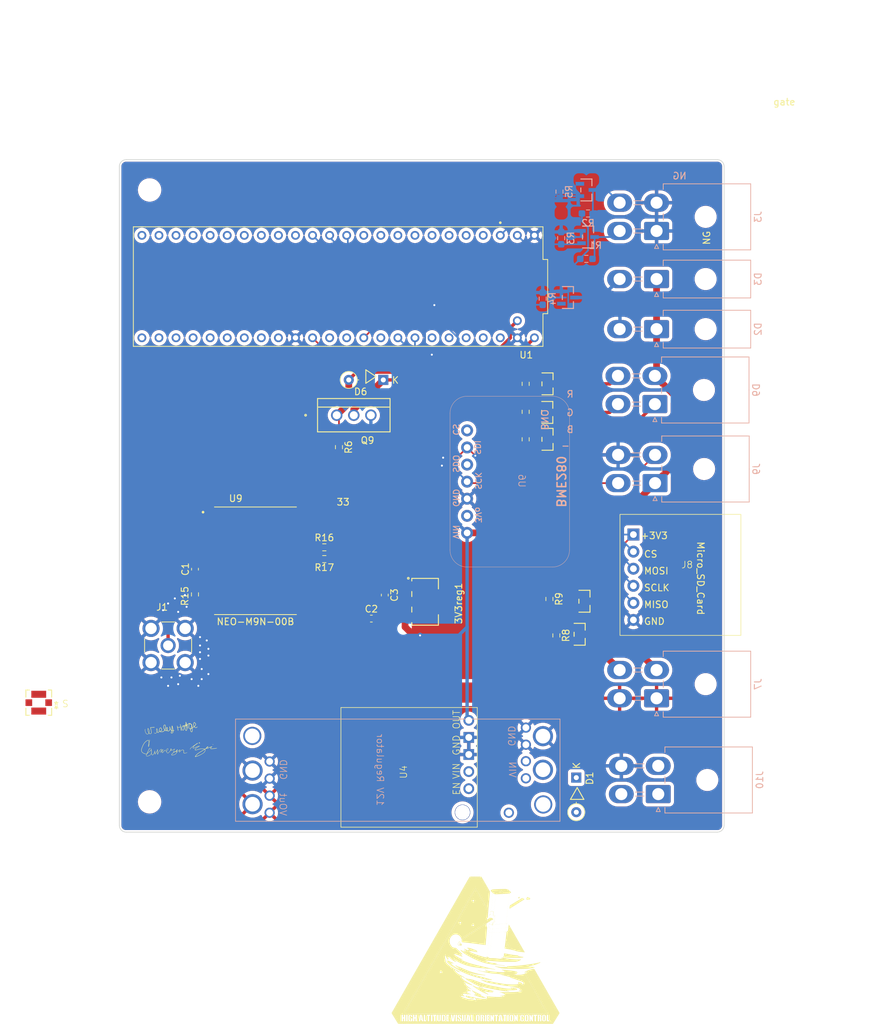
<source format=kicad_pcb>
(kicad_pcb (version 20241229) (generator "pcbnew") (generator_version "9.0")
  (layers (0 "F.Cu" signal) (2 "B.Cu" signal) (13 "F.Paste" user) (15 "B.Paste" user) (5 "F.SilkS" user "F.Silkscreen") (7 "B.SilkS" user "B.Silkscreen") (1 "F.Mask" user) (3 "B.Mask" user) (25 "Edge.Cuts" user))
  (net 0 "")
  (net 1 "GND")
  (net 2 "/VIN")
  (net 3 "/T7")
  (net 4 "/T8")
  (net 5 "/CS")
  (net 6 "/MOSI")
  (net 7 "/MISO")
  (net 8 "/T28")
  (net 9 "/T29")
  (net 10 "/T30")
  (net 11 "/T31")
  (net 12 "/SCL")
  (net 13 "/SDA")
  (net 14 "/T35")
  (net 15 "/T34")
  (net 16 "/T33")
  (net 17 "Net-(J3-Pin_4)")
  (net 18 "+12V")
  (net 19 "/PWM1")
  (net 20 "/PWM2")
  (net 21 "/red")
  (net 22 "+BATT")
  (net 27 "/SCLK")
  (net 28 "Net-(AE1-A)")
  (net 29 "Net-(U9-VCC_RF)")
  (net 30 "+3V3")
  (net 31 "Net-(U9-SCL{slash}SPI_CLK)")
  (net 32 "Net-(U9-SDA{slash}SPI_CS_N)")
  (net 48 "+5V")
  (net 49 "Net-(D9-RK)")
  (net 50 "Net-(D9-GK)")
  (net 51 "Net-(D9-BK)")
  (net 52 "Net-(D1-A)")
  (net 53 "Net-(J10-Pin_2)")
  (net 54 "Net-(J3-Pin_3)")
  (net 55 "/SDN")
  (net 56 "/NG power")
  (net 57 "/green")
  (net 58 "/blue")
  (net 59 "/side_LED")
  (net 60 "/VUSB")
  (net 82 "Net-(D2-K)")
  (net 83 "Net-(J7-Pin_2)")
  (net 84 "Net-(Q2-D)")
  (footprint "SHC:HAVOC diode" (layer "F.Cu") (at 70.679 79.75 180)
    (property "Reference" "D6")
    (property "Value" "D")
  )
  (footprint "SHC:SOT23_DMG3406_DIO" (layer "F.Cu") (at 102.5 117.579998 -90)
    (property "Reference" "Q2" (hide yes))
    (property "Value" "NMOS" (hide yes))
  )
  (footprint "SHC:MODULE_Teensy4-1-H4.0" (layer "F.Cu") (at 67.25 65.75 180)
    (property "Reference" "U1")
    (property "Value" "Teensy 4.1 - Microcontroller")
  )
  (footprint "Capacitor_SMD:C_0603_1608Metric_Pad1.08x0.95mm_HandSolder" (layer "F.Cu") (at 45.25 107.9 90)
    (property "Reference" "C1")
    (property "Value" "47pF")
  )
  (footprint "Resistor_SMD:R_0603_1608Metric_Pad0.98x0.95mm_HandSolder" (layer "F.Cu") (at 66.679 89.75 -90)
    (property "Reference" "R6")
    (property "Value" "10k")
  )
  (footprint "SHC:SOT23_DMG3406_DIO" (layer "F.Cu") (at 103.2152 112.664999 -90)
    (property "Reference" "Q1" (hide yes))
    (property "Value" "NMOS" (hide yes))
  )
  (footprint "Resistor_SMD:R_0603_1608Metric_Pad0.98x0.95mm_HandSolder" (layer "F.Cu") (at 64.5 104.65)
    (property "Reference" "R16")
    (property "Value" "33")
  )
  (footprint "SHC:AMPHENOL_132134_SMA" (layer "F.Cu") (at 41.25 119.25)
    (property "Reference" "J1")
    (property "Value" "132134")
  )
  (footprint "Resistor_SMD:R_0603_1608Metric_Pad0.98x0.95mm_HandSolder" (layer "F.Cu") (at 94.4652 84.497501 -90)
    (property "Reference" "R11" (hide yes))
    (property "Value" "10k")
  )
  (footprint "SHC:antennaufl" (layer "F.Cu") (at 22 127.75 180)
    (property "Reference" "AE1" (hide yes))
    (property "Value" "Antenna_Shield")
  )
  (footprint "SHC:SOT23_DMG3406_DIO" (layer "F.Cu") (at 97.7152 80.335001 -90)
    (property "Reference" "Q5" (hide yes))
    (property "Value" "NMOS" (hide yes))
  )
  (footprint "SHC:HAVOC diode" (layer "F.Cu") (at 102 141.5 -90)
    (property "Reference" "D1")
    (property "Value" "10A Diode")
  )
  (footprint "Resistor_SMD:R_0603_1608Metric_Pad0.98x0.95mm_HandSolder" (layer "F.Cu") (at 94.4652 80.335001 -90)
    (property "Reference" "R13" (hide yes))
    (property "Value" "10k")
  )
  (footprint "Resistor_SMD:R_0603_1608Metric_Pad0.98x0.95mm_HandSolder" (layer "F.Cu") (at 99.0348 117.752499 -90)
    (property "Reference" "R8")
    (property "Value" "10k")
  )
  (footprint "Capacitor_SMD:C_0603_1608Metric_Pad1.08x0.95mm_HandSolder" (layer "F.Cu") (at 71.5 115.25)
    (property "Reference" "C2")
    (property "Value" "10uF")
  )
  (footprint "LOGO" (layer "F.Cu") (at 44.812613 144.496671)
    (property "Reference" "G***" (hide yes))
    (property "Value" "LOGO" (hide yes))
  )
  (footprint "MountingHole:MountingHole_3.2mm_M3" (layer "F.Cu") (at 38.5 142.5)
    (property "Reference" "REF**" (hide yes))
    (property "Value" "MountingHole_3.2mm_M3" (hide yes))
  )
  (footprint "Resistor_SMD:R_0603_1608Metric_Pad0.98x0.95mm_HandSolder" (layer "F.Cu") (at 64.5 106.4)
    (property "Reference" "R17")
    (property "Value" "33")
  )
  (footprint "SHC:SPI_SD" (layer "F.Cu") (at 118.5 107.75)
    (property "Reference" "J8")
    (property "Value" "Micro_SD_Card")
  )
  (footprint "Resistor_SMD:R_0603_1608Metric_Pad0.98x0.95mm_HandSolder" (layer "F.Cu") (at 94.4652 88.585001 -90)
    (property "Reference" "R10" (hide yes))
    (property "Value" "10k")
  )
  (footprint "LOGO" (layer "F.Cu") (at 45.75 142.75)
    (property "Reference" "G***" (hide yes))
    (property "Value" "LOGO" (hide yes))
  )
  (footprint "SHC:SOT23_DMG3406_DIO" (layer "F.Cu") (at 97.7152 88.585001 -90)
    (property "Reference" "Q3" (hide yes))
    (property "Value" "NMOS" (hide yes))
  )
  (footprint "Resistor_SMD:R_0603_1608Metric_Pad0.98x0.95mm_HandSolder" (layer "F.Cu") (at 98 112.329998 -90)
    (property "Reference" "R9")
    (property "Value" "10k")
  )
  (footprint "MountingHole:MountingHole_3.2mm_M3" (layer "F.Cu") (at 38.5 51.5)
    (property "Reference" "REF**" (hide yes))
    (property "Value" "MountingHole_3.2mm_M3" (hide yes))
  )
  (footprint "LOGO" (layer "F.Cu") (at 87 165)
    (property "Reference" "G***" (hide yes))
    (property "Value" "LOGO" (hide yes))
  )
  (footprint "SHC:TO-220AB_LTO" (layer "F.Cu") (at 66.349 85)
    (property "Reference" "Q9")
    (property "Value" "PMOS")
  )
  (footprint "SHC:SOT23_DMG3406_DIO" (layer "F.Cu") (at 97.6804 84.585001 -90)
    (property "Reference" "Q4" (hide yes))
    (property "Value" "NMOS" (hide yes))
  )
  (footprint "SHC:Pololu 5v Reg" (layer "F.Cu") (at 76.97 138.57 90)
    (property "Reference" "U4")
    (property "Value" "D24V50F5" (hide yes))
  )
  (footprint "Capacitor_SMD:C_0603_1608Metric_Pad1.08x0.95mm_HandSolder" (layer "F.Cu") (at 73.5 111.75 -90)
    (property "Reference" "C3")
    (property "Value" "22uF")
  )
  (footprint "Resistor_SMD:R_0603_1608Metric_Pad0.98x0.95mm_HandSolder" (layer "F.Cu") (at 45.25 111.65 -90)
    (property "Reference" "R15")
    (property "Value" "10Ω")
  )
  (footprint "SHC:XCVR_NEO-M9N-00B" (layer "F.Cu") (at 54.25 106.65)
    (property "Reference" "U9")
    (property "Value" "NEO-M9N-00B")
  )
  (footprint "SHC:SOT223-5_DIO-M" (layer "F.Cu") (at 79.5 112.75 -90)
    (property "Reference" "3V3reg1")
    (property "Value" "~")
  )
  (footprint "Resistor_SMD:R_0603_1608Metric_Pad0.98x0.95mm_HandSolder" (layer "B.Cu") (at 99.75 58.6625 90)
    (property "Reference" "R3")
    (property "Value" "10k")
  )
  (footprint "SHC:SOT23_DMG3406_DIO" (layer "B.Cu") (at 103.5 51.5 90)
    (property "Reference" "Q7" (hide yes))
    (property "Value" "NMOS" (hide yes))
  )
  (footprint "Resistor_SMD:R_0603_1608Metric_Pad0.98x0.95mm_HandSolder" (layer "B.Cu") (at 103.75 55)
    (property "Reference" "R2")
    (property "Value" "R")
  )
  (footprint "SHC:BME280" (layer "B.Cu") (at 93.401 94.753 90)
    (property "Reference" "U6")
    (property "Value" "BME280")
  )
  (footprint "Connector_Molex:Molex_Mini-Fit_Jr_5569-04A2_2x02_P4.20mm_Horizontal" (layer "B.Cu") (at 113.95 57.6 90)
    (property "Reference" "J3")
    (property "Value" "NG")
  )
  (footprint "Resistor_SMD:R_0603_1608Metric_Pad0.98x0.95mm_HandSolder" (layer "B.Cu") (at 99.5 51.75 90)
    (property "Reference" "R5")
    (property "Value" "10k")
  )
  (footprint "Resistor_SMD:R_0603_1608Metric_Pad0.98x0.95mm_HandSolder" (layer "B.Cu") (at 103.5 61.75)
    (property "Reference" "R1")
    (property "Value" "R" (hide yes))
  )
  (footprint "SHC:SOT23_DMG3406_DIO" (layer "B.Cu") (at 103.75 58.5 90)
    (property "Reference" "Q8" (hide yes))
    (property "Value" "NMOS" (hide yes))
  )
  (footprint "SHC:SOT23_DMG3406_DIO" (layer "B.Cu") (at 100.75 67.499998 90)
    (property "Reference" "Q6" (hide yes))
    (property "Value" "NMOS" (hide yes))
  )
  (footprint "Connector_Molex:Molex_Mini-Fit_Jr_5569-04A2_2x02_P4.20mm_Horizontal" (layer "B.Cu") (at 113.95 127.1 90)
    (property "Reference" "J7")
    (property "Value" "solenoid")
  )
  (footprint "SHC:U3V50F12_12V_REG" (layer "B.Cu") (at 72.58 137.69 90)
    (property "Reference" "U3" (hide yes))
    (property "Value" "U3V50F12" (hide yes))
  )
  (footprint "Connector_Molex:Molex_Mini-Fit_Jr_5569-04A2_2x02_P4.20mm_Horizontal" (layer "B.Cu") (at 113.725 95.1 90)
    (property "Reference" "J9")
    (property "Value" "BNO")
  )
  (footprint "Connector_Molex:Molex_Mini-Fit_Jr_5569-02A2_2x01_P4.20mm_Horizontal" (layer "B.Cu") (at 113.95 64.75 90)
    (property "Reference" "D3")
    (property "Value" "LED")
  )
  (footprint "Connector_Molex:Molex_Mini-Fit_Jr_5569-04A2_2x02_P4.20mm_Horizontal" (layer "B.Cu") (at 114.2 141.35 90)
    (property "Reference" "J10")
    (property "Value" "BATT/switch")
  )
  (footprint "Connector_Molex:Molex_Mini-Fit_Jr_5569-04A2_2x02_P4.20mm_Horizontal" (layer "B.Cu") (at 113.7 83.35 90)
    (property "Reference" "D9")
    (property "Value" "LED RGB")
  )
  (footprint "Connector_Molex:Molex_Mini-Fit_Jr_5569-02A2_2x01_P4.20mm_Horizontal" (layer "B.Cu") (at 113.95 72.2 90)
    (property "Reference" "D2")
    (property "Value" "LED")
  )
  (footprint "Resistor_SMD:R_0603_1608Metric_Pad0.98x0.95mm_HandSolder" (layer "B.Cu") (at 96.99951 67.667761 90)
    (property "Reference" "R4")
    (property "Value" "10k")
  )
  (gr_line (start 70.679 80.25) (end 72.179 79.25) (stroke (width 0.15)) (layer "F.SilkS"))
  (gr_line (start 72.179 79.25) (end 70.679 78.25) (stroke (width 0.15)) (layer "F.SilkS"))
  (gr_line (start 103.132884 142.136586) (end 102.132884 140.386586) (stroke (width 0.15)) (layer "F.SilkS"))
  (gr_line (start 102.132884 140.386586) (end 101.132884 142.136586) (stroke (width 0.15)) (layer "F.SilkS"))
  (gr_line (start 70.679 78.25) (end 70.679 80.25) (stroke (width 0.15)) (layer "F.SilkS"))
  (gr_line (start 101.132884 142.136586) (end 103.132884 142.136586) (stroke (width 0.15)) (layer "F.SilkS"))
  (gr_arc (start 35 147) (mid 34.292893 146.707107) (end 34 146) (stroke (width 0.1)) (layer "Edge.Cuts"))
  (gr_line (start 35 147) (end 123 147) (stroke (width 0.1)) (layer "Edge.Cuts"))
  (gr_line (start 123 47) (end 35 47) (stroke (width 0.1)) (layer "Edge.Cuts"))
  (gr_arc (start 124 146) (mid 123.707107 146.707107) (end 123 147) (stroke (width 0.1)) (layer "Edge.Cuts"))
  (gr_arc (start 34 48) (mid 34.292893 47.292893) (end 35 47) (stroke (width 0.1)) (layer "Edge.Cuts"))
  (gr_arc (start 123 47) (mid 123.707106 47.292893) (end 124 48) (stroke (width 0.1)) (layer "Edge.Cuts"))
  (gr_line (start 124 146) (end 124 48) (stroke (width 0.1)) (layer "Edge.Cuts"))
  (gr_line (start 34 48) (end 34 146) (stroke (width 0.1)) (layer "Edge.Cuts"))
  (gr_text "33" (at 66.25 98.5 0) (layer "F.SilkS") (effects (font (size 1 1)) (justify left bottom)))
  (gr_text "MOSI" (at 112 108.75 0) (layer "F.SilkS") (effects (font (size 1 1)) (justify left bottom)))
  (gr_text "MISO" (at 112 113.75 0) (layer "F.SilkS") (effects (font (size 1 1)) (justify left bottom)))
  (gr_text "SCLK" (at 112 111.25 0) (layer "F.SilkS") (effects (font (size 1 1)) (justify left bottom)))
  (gr_text "NG" (at 122 59.75 90) (layer "F.SilkS") (effects (font (size 1 1)) (justify left bottom)))
  (gr_text "CS" (at 112 106.25 0) (layer "F.SilkS") (effects (font (size 1 1)) (justify left bottom)))
  (gr_text "+3V3" (at 111.5 103.5 0) (layer "F.SilkS") (effects (font (size 1 1)) (justify left bottom)))
  (gr_text "gate" (at 131.25 39 0) (layer "F.SilkS") (effects (font (size 1 1)) (justify left bottom)))
  (gr_text "GND" (at 112 116.25 0) (layer "F.SilkS") (effects (font (size 1 1)) (justify left bottom)))
  (gr_text "-" (at 99.6804 89.085001 180) (layer "B.SilkS") (effects (font (size 1 1)) (justify left bottom mirror)))
  (gr_text "G" (at 101.6804 85.206201 0) (layer "B.SilkS") (effects (font (size 1 1)) (justify left bottom mirror)))
  (gr_text "NG" (at 118.5 50 0) (layer "B.SilkS") (effects (font (size 1 1)) (justify left bottom mirror)))
  (gr_text "R" (at 101.6804 82.456201 0) (layer "B.SilkS") (effects (font (size 1 1)) (justify left bottom mirror)))
  (gr_text "B" (at 101.6804 87.706201 0) (layer "B.SilkS") (effects (font (size 1 1)) (justify left bottom mirror)))
  (gr_text "BNO" (at 96.6804 87.335001 270) (layer "B.SilkS") (effects (font (size 1 1)) (justify left bottom mirror)))
  (via (at 46 119.25) (size 0.8) (drill 0.3) (layers "F.Cu" "B.Cu") (net 1))
  (via (at 45.75 125.25) (size 0.8) (drill 0.3) (layers "F.Cu" "B.Cu") (net 1))
  (via (at 47 118.5) (size 0.8) (drill 0.3) (layers "F.Cu" "B.Cu") (net 1))
  (via (at 46 121.25) (size 0.8) (drill 0.3) (layers "F.Cu" "B.Cu") (net 1))
  (via (at 42.75 114.25) (size 0.8) (drill 0.3) (layers "F.Cu" "B.Cu") (net 1))
  (via (at 46.25 122.75) (size 0.8) (drill 0.3) (layers "F.Cu" "B.Cu") (net 1))
  (via (at 46 118) (size 0.8) (drill 0.3) (layers "F.Cu" "B.Cu") (net 1))
  (via (at 47.25 120.75) (size 0.8) (drill 0.3) (layers "F.Cu" "B.Cu") (net 1))
  (via (at 43 123.75) (size 0.8) (drill 0.3) (layers "F.Cu" "B.Cu") (net 1))
  (via (at 46.25 124.25) (size 0.8) (drill 0.3) (layers "F.Cu" "B.Cu") (net 1))
  (via (at 41.25 113) (size 0.8) (drill 0.3) (layers "F.Cu" "B.Cu") (net 1))
  (via (at 41.75 124) (size 0.8) (drill 0.3) (layers "F.Cu" "B.Cu") (net 1))
  (via (at 42.25 112.25) (size 0.8) (drill 0.3) (layers "F.Cu" "B.Cu") (net 1))
  (via (at 43.75 111.75) (size 0.8) (drill 0.3) (layers "F.Cu" "B.Cu") (net 1))
  (via (at 40.25 124) (size 0.8) (drill 0.3) (layers "F.Cu" "B.Cu") (net 1))
  (via (at 40.5 114) (size 0.8) (drill 0.3) (layers "F.Cu" "B.Cu") (net 1))
  (via (at 41.25 125.25) (size 0.8) (drill 0.3) (layers "F.Cu" "B.Cu") (net 1))
  (via (at 44 113.5) (size 0.8) (drill 0.3) (layers "F.Cu" "B.Cu") (net 1))
  (via (at 47.25 119.75) (size 0.8) (drill 0.3) (layers "F.Cu" "B.Cu") (net 1))
  (via (at 47.25 123.5) (size 0.8) (drill 0.3) (layers "F.Cu" "B.Cu") (net 1))
  (via (at 46 120.25) (size 0.8) (drill 0.3) (layers "F.Cu" "B.Cu") (net 1))
  (via (at 44.75 124.25) (size 0.8) (drill 0.3) (layers "F.Cu" "B.Cu") (net 1))
  (via (at 42.75 125) (size 0.8) (drill 0.3) (layers "F.Cu" "B.Cu") (net 1))
  (segment (start 95.77 73.49) (end 89.51 79.75) (width 0.5) (layer "F.Cu") (net 2))
  (segment (start 68.889 84.14) (end 73.279 79.75) (width 1) (layer "F.Cu") (net 2))
  (segment (start 68.889 85) (end 68.889 84.14) (width 1) (layer "F.Cu") (net 2))
  (segment (start 89.51 79.75) (end 73.279 79.75) (width 0.5) (layer "F.Cu") (net 2))
  (segment (start 84.5 79.29) (end 84.5 73.604781) (width 0.25) (layer "B.Cu") (net 5))
  (segment (start 68 58.42) (end 67.83 58.25) (width 0.25) (layer "B.Cu") (net 5))
  (segment (start 68 60.5) (end 68 58.42) (width 0.25) (layer "B.Cu") (net 5))
  (segment (start 72.5 65) (end 68 60.5) (width 0.25) (layer "B.Cu") (net 5))
  (segment (start 75.895219 65) (end 72.5 65) (width 0.25) (layer "B.Cu") (net 5))
  (segment (start 84.5 73.604781) (end 75.895219 65) (width 0.25) (layer "B.Cu") (net 5))
  (segment (start 110.5 105.29) (end 84.5 79.29) (width 0.25) (layer "B.Cu") (net 5))
  (segment (start 72.25 65.5) (end 65.29 58.54) (width 0.25) (layer "B.Cu") (net 6))
  (segment (start 81.75 77.25) (end 81.75 72.75) (width 0.25) (layer "B.Cu") (net 6))
  (segment (start 81.75 72.75) (end 74.5 65.5) (width 0.25) (layer "B.Cu") (net 6))
  (segment (start 106.25 101.75) (end 81.75 77.25) (width 0.25) (layer "B.Cu") (net 6))
  (segment (start 74.5 65.5) (end 72.25 65.5) (width 0.25) (layer "B.Cu") (net 6))
  (segment (start 106.25 103.58) (end 106.25 101.75) (width 0.25) (layer "B.Cu") (net 6))
  (segment (start 110.5 107.83) (end 106.25 103.58) (width 0.25) (layer "B.Cu") (net 6))
  (segment (start 65.29 58.54) (end 65.29 58.25) (width 0.25) (layer "B.Cu") (net 6))
  (segment (start 74.4329 66) (end 70.5 66) (width 0.25) (layer "B.Cu") (net 7))
  (segment (start 110.5 112.91) (end 107.52545 109.93545) (width 0.25) (layer "B.Cu") (net 7))
  (segment (start 107.52545 105.98965) (end 105.34145 103.80565) (width 0.25) (layer "B.Cu") (net 7))
  (segment (start 79.5 71.0671) (end 74.4329 66) (width 0.25) (layer "B.Cu") (net 7))
  (segment (start 105.34145 103.80565) (end 105.34145 102.15855) (width 0.25) (layer "B.Cu") (net 7))
  (segment (start 105.34145 102.15855) (end 79.5 76.3171) (width 0.25) (layer "B.Cu") (net 7))
  (segment (start 79.5 76.3171) (end 79.5 71.0671) (width 0.25) (layer "B.Cu") (net 7))
  (segment (start 70.5 66) (end 62.75 58.25) (width 0.25) (layer "B.Cu") (net 7))
  (segment (start 107.52545 109.93545) (end 107.52545 105.98965) (width 0.25) (layer "B.Cu") (net 7))
  (segment (start 108.225 95.1) (end 85.97 95.1) (width 0.25) (layer "F.Cu") (net 12))
  (segment (start 82.185 91.315) (end 81.685 91.315) (width 0.25) (layer "F.Cu") (net 12))
  (segment (start 85.97 95.1) (end 85.75 94.88) (width 0.25) (layer "F.Cu") (net 12))
  (segment (start 81.685 91.315) (end 68.35 104.65) (width 0.25) (layer "F.Cu") (net 12))
  (segment (start 68.35 104.65) (end 65.4125 104.65) (width 0.25) (layer "F.Cu") (net 12))
  (via (at 82.185 91.315) (size 0.8) (drill 0.3) (layers "F.Cu" "B.Cu") (net 12))
  (segment (start 82.185 91.315) (end 77.99 87.12) (width 0.25) (layer "B.Cu") (net 12))
  (segment (start 77.99 87.12) (end 77.99 73.49) (width 0.25) (layer "B.Cu") (net 12))
  (segment (start 82.185 91.315) (end 85.75 94.88) (width 0.25) (layer "B.Cu") (net 12))
  (segment (start 81.25 92.5) (end 67.35 106.4) (width 0.25) (layer "F.Cu") (net 13))
  (segment (start 82 92.5) (end 83.05 92.5) (width 0.25) (layer "F.Cu") (net 13))
  (segment (start 83.05 92.5) (end 85.75 89.8) (width 0.25) (layer "F.Cu") (net 13))
  (segment (start 82 92.5) (end 81.25 92.5) (width 0.25) (layer "F.Cu") (net 13))
  (segment (start 67.35 106.4) (end 65.4125 106.4) (width 0.25) (layer "F.Cu") (net 13))
  (segment (start 88.95 93) (end 111.625 93) (width 0.25) (layer "F.Cu") (net 13))
  (segment (start 111.625 93) (end 113.725 90.9) (width 0.25) (layer "F.Cu") (net 13))
  (segment (start 86.975 91.025) (end 88.95 93) (width 0.25) (layer "F.Cu") (net 13))
  (segment (start 85.75 89.8) (end 86.975 91.025) (width 0.25) (layer "F.Cu") (net 13))
  (via (at 86.975 91.025) (size 0.8) (drill 0.3) (layers "F.Cu" "B.Cu") (net 13))
  (via (at 82 92.5) (size 0.8) (drill 0.3) (layers "F.Cu" "B.Cu") (net 13))
  (segment (start 82 92.5) (end 77.5 88) (width 0.25) (layer "B.Cu") (net 13))
  (segment (start 77.5 88) (end 77.5 75.54) (width 0.25) (layer "B.Cu") (net 13))
  (segment (start 77.5 75.54) (end 75.45 73.49) (width 0.25) (layer "B.Cu") (net 13))
  (segment (start 104.4652 51.5) (end 104.4652 54.8027) (width 0.25) (layer "B.Cu") (net 17))
  (segment (start 104.4652 51.5) (end 106.55 51.5) (width 0.25) (layer "B.Cu") (net 17))
  (segment (start 104.4652 54.8027) (end 104.6625 55) (width 0.25) (layer "B.Cu") (net 17))
  (segment (start 106.55 51.5) (end 108.45 53.4) (width 0.25) (layer "B.Cu") (net 17))
  (segment (start 108.0038 53.8462) (end 108.45 53.4) (width 0.25) (layer "B.Cu") (net 17))
  (segment (start 101.917498 111.417498) (end 102.25 111.75) (width 0.25) (layer "F.Cu") (net 19))
  (segment (start 98 111.417498) (end 101.917498 111.417498) (width 0.25) (layer "F.Cu") (net 19))
  (segment (start 99.0348 116.839999) (end 101.3598 116.839999) (width 0.25) (layer "F.Cu") (net 20))
  (segment (start 101.3598 116.839999) (end 101.5348 116.664999) (width 0.25) (layer "F.Cu") (net 20))
  (segment (start 94.4652 87.672501) (end 96.747501 87.672501) (width 0.25) (layer "F.Cu") (net 21))
  (segment (start 96.747501 87.672501) (end 96.75 87.670002) (width 0.25) (layer "F.Cu") (net 21))
  (segment (start 80.5 76) (end 79.75 75.25) (width 0.25) (layer "F.Cu") (net 27))
  (segment (start 79.75 75.25) (end 64.51 75.25) (width 0.25) (layer "F.Cu") (net 27))
  (segment (start 64.51 75.25) (end 62.75 73.49) (width 0.25) (layer "F.Cu") (net 27))
  (via (at 80.5 76) (size 0.8) (drill 0.3) (layers "F.Cu" "B.Cu") (net 27))
  (segment (start 80.5 76.75) (end 80.5 76) (width 0.25) (layer "B.Cu") (net 27))
  (segment (start 105.75 102) (end 103.5 99.75) (width 0.25) (layer "B.Cu") (net 27))
  (segment (start 105.75 103.6471) (end 105.75 102) (width 0.25) (layer "B.Cu") (net 27))
  (segment (start 107.92645 105.82355) (end 105.75 103.6471) (width 0.25) (layer "B.Cu") (net 27))
  (segment (start 85.75 82) (end 80.5 76.75) (width 0.25) (layer "B.Cu") (net 27))
  (segment (start 107.92645 107.79645) (end 107.92645 105.82355) (width 0.25) (layer "B.Cu") (net 27))
  (segment (start 103.5 99.75) (end 85.75 82) (width 0.25) (layer "B.Cu") (net 27))
  (segment (start 110.5 110.37) (end 107.92645 107.79645) (width 0.25) (layer "B.Cu") (net 27))
  (segment (start 43.1875 112.5625) (end 41.25 114.5) (width 0.5) (layer "F.Cu") (net 28))
  (segment (start 41.25 114.5) (end 41.25 119.25) (width 0.5) (layer "F.Cu") (net 28))
  (segment (start 45.25 112.5625) (end 43.1875 112.5625) (width 0.5) (layer "F.Cu") (net 28))
  (segment (start 47.8625 110.7375) (end 48.25 110.35) (width 0.25) (layer "F.Cu") (net 29))
  (segment (start 45.25 108.7625) (end 45.25 110.7375) (width 0.25) (layer "F.Cu") (net 29))
  (segment (start 45.25 110.7375) (end 47.8625 110.7375) (width 0.25) (layer "F.Cu") (net 29))
  (segment (start 60.25 100.75) (end 61.4 100.75) (width 0.25) (layer "F.Cu") (net 30))
  (segment (start 76.5155 112.75) (end 73.6375 112.75) (width 0.25) (layer "F.Cu") (net 30))
  (segment (start 61.4 100.75) (end 64.649 103.999) (width 0.25) (layer "F.Cu") (net 30))
  (segment (start 77.6926 112.75) (end 84.9426 105.5) (width 0.25) (layer "F.Cu") (net 30))
  (segment (start 64.649 106.85678) (end 70.40472 112.6125) (width 0.25) (layer "F.Cu") (net 30))
  (segment (start 70.40472 112.6125) (end 73.5 112.6125) (width 0.25) (layer "F.Cu") (net 30))
  (segment (start 64.649 103.999) (end 64.649 106.85678) (width 0.25) (layer "F.Cu") (net 30))
  (segment (start 84.9426 105.5) (end 107.75 105.5) (width 0.25) (layer "F.Cu") (net 30))
  (segment (start 107.75 105.5) (end 110.5 102.75) (width 0.25) (layer "F.Cu") (net 30))
  (segment (start 76.5155 112.75) (end 77.6926 112.75) (width 0.25) (layer "F.Cu") (net 30))
  (segment (start 73.6375 112.75) (end 73.5 112.6125) (width 0.25) (layer "F.Cu") (net 30))
  (segment (start 110.5 102.75) (end 108.5271 102.75) (width 0.25) (layer "B.Cu") (net 30))
  (segment (start 103.75 60.5) (end 102.5875 61.6625) (width 0.25) (layer "B.Cu") (net 30))
  (segment (start 100.8042 95.0271) (end 100.8042 63.5333) (width 0.25) (layer "B.Cu") (net 30))
  (segment (start 103.75 57.083801) (end 103.75 60.5) (width 0.25) (layer "B.Cu") (net 30))
  (segment (start 108.5271 102.75) (end 100.8042 95.0271) (width 0.25) (layer "B.Cu") (net 30))
  (segment (start 102.8375 55) (end 102.8375 56.171301) (width 0.25) (layer "B.Cu") (net 30))
  (segment (start 100.8042 63.5333) (end 102.5875 61.75) (width 0.25) (layer "B.Cu") (net 30))
  (segment (start 102.5875 61.6625) (end 102.5875 61.75) (width 0.25) (layer "B.Cu") (net 30))
  (segment (start 102.8375 56.171301) (end 103.75 57.083801) (width 0.25) (layer "B.Cu") (net 30))
  (segment (start 63.5875 104.65) (end 63.0875 105.15) (width 0.25) (layer "F.Cu") (net 31))
  (segment (start 63.0875 105.15) (end 60.25 105.15) (width 0.25) (layer "F.Cu") (net 31))
  (segment (start 60.4 106.4) (end 60.25 106.25) (width 0.25) (layer "F.Cu") (net 32))
  (segment (start 63.5875 106.4) (end 60.4 106.4) (width 0.25) (layer "F.Cu") (net 32))
  (segment (start 78.75 117.75) (end 77.781 117.75) (width 1) (layer "F.Cu") (net 48))
  (segment (start 106.325 102.5) (end 85.75 102.5) (width 1) (layer "F.Cu") (net 48))
  (segment (start 118.25 83.7) (end 118.25 90.575) (width 1) (layer "F.Cu") (net 48))
  (segment (start 72.3625 115.25) (end 76.3269 115.25) (width 0.25) (layer "F.Cu") (net 48))
  (segment (start 113.7 79.15) (end 118.25 83.7) (width 1) (layer "F.Cu") (net 48))
  (segment (start 113.95 64.75) (end 113.95 72.2) (width 1) (layer "F.Cu") (net 48))
  (segment (start 113.95 78.9) (end 113.7 79.15) (width 1) (layer "F.Cu") (net 48))
  (segment (start 113.725 95.1) (end 106.325 102.5) (width 1) (layer "F.Cu") (net 48))
  (segment (start 113.95 72.2) (end 113.95 78.9) (width 1) (layer "F.Cu") (net 48))
  (segment (start 118.25 90.575) (end 113.725 95.1) (width 1) (layer "F.Cu") (net 48))
  (segment (start 76.5155 116.4845) (end 76.5155 115.0614) (width 1) (layer "F.Cu") (net 48))
  (segment (start 77.781 117.75) (end 76.5155 116.4845) (width 1) (layer "F.Cu") (net 48))
  (segment (start 76.3269 115.25) (end 76.5155 115.0614) (width 0.25) (layer "F.Cu") (net 48))
  (via (at 78.75 117.75) (size 0.8) (drill 0.3) (layers "F.Cu" "B.Cu") (net 48))
  (segment (start 78.75 117.75) (end 84.5 117.75) (width 0.5) (layer "B.Cu") (net 48))
  (segment (start 85.75 102.5) (end 85.75 116.5) (width 0.5) (layer "B.Cu") (net 48))
  (segment (start 71.429 85) (end 71.429 88.179) (width 0.5) (layer "B.Cu") (net 48))
  (segment (start 85.75 130.13) (end 86 130.38) (width 0.5) (layer "B.Cu") (net 48))
  (segment (start 85.75 116.75) (end 85.75 130.13) (width 0.5) (layer "B.Cu") (net 48))
  (segment (start 71.429 88.179) (end 85.75 102.5) (width 0.5) (layer "B.Cu") (net 48))
  (segment (start 85.75 116.5) (end 85.75 116.75) (width 0.5) (layer "B.Cu") (net 48))
  (segment (start 84.5 117.75) (end 85.75 116.5) (width 0.5) (layer "B.Cu") (net 48))
  (segment (start 101.015401 86.25) (end 110.8 86.25) (width 0.5) (layer "F.Cu") (net 49))
  (segment (start 113.7 83.35) (end 112.4 83.35) (width 0.25) (layer "F.Cu") (net 49))
  (segment (start 110.8 86.25) (end 113.7 83.35) (width 0.5) (layer "F.Cu") (net 49))
  (segment (start 98.6804 88.585001) (end 101.015401 86.25) (width 0.5) (layer "F.Cu") (net 49))
  (segment (start 98.6456 84.585001) (end 106.964999 84.585001) (width 0.5) (layer "F.Cu") (net 50))
  (segment (start 106.964999 84.585001) (end 108.2 83.35) (width 0.5) (layer "F.Cu") (net 50))
  (segment (start 98.6804 80.335001) (end 107.014999 80.335001) (width 0.5) (layer "F.Cu") (net 51))
  (segment (start 107.014999 80.335001) (end 108.2 79.15) (width 0.5) (layer "F.Cu") (net 51))
  (segment (start 107.55 58.5) (end 108.45 57.6) (width 0.25) (layer "B.Cu") (net 54))
  (segment (start 104.7152 61.4473) (end 104.4125 61.75) (width 0.25) (layer "B.Cu") (net 54))
  (segment (start 104.7152 58.5) (end 107.55 58.5) (width 0.25) (layer "B.Cu") (net 54))
  (segment (start 104.7152 58.5) (end 104.7152 61.4473) (width 0.25) (layer "B.Cu") (net 54))
  (segment (start 102.5348 52.414999) (end 99.747501 52.414999) (width 0.25) (layer "B.Cu") (net 55))
  (segment (start 96.2775 52.6625) (end 90.69 58.25) (width 0.25) (layer "B.Cu") (net 55))
  (segment (start 99.5 52.6625) (end 96.2775 52.6625) (width 0.25) (layer "B.Cu") (net 55))
  (segment (start 99.747501 52.414999) (end 99.5 52.6625) (width 0.25) (layer "B.Cu") (net 55))
  (segment (start 93.23 58.25) (end 94.555 59.575) (width 0.25) (layer "B.Cu") (net 56))
  (segment (start 102.624799 59.575) (end 102.7848 59.414999) (width 0.25) (layer "B.Cu") (net 56))
  (segment (start 99.75 59.575) (end 102.624799 59.575) (width 0.25) (layer "B.Cu") (net 56))
  (segment (start 94.555 59.575) (end 99.75 59.575) (width 0.25) (layer "B.Cu") (net 56))
  (segment (start 96.630199 83.585001) (end 96.7152 83.670002) (width 0.25) (layer "F.Cu") (net 57))
  (segment (start 94.4652 83.585001) (end 96.630199 83.585001) (width 0.25) (layer "F.Cu") (net 57))
  (segment (start 96.747501 79.422501) (end 96.75 79.420002) (width 0.25) (layer "F.Cu") (net 58))
  (segment (start 94.4652 79.422501) (end 96.747501 79.422501) (width 0.25) (layer "F.Cu") (net 58))
  (segment (start 80.875 68.625) (end 75.235 68.625) (width 0.25) (layer "F.Cu") (net 59))
  (segment (start 75.235 68.625) (end 70.37 73.49) (width 0.25) (layer "F.Cu") (net 59))
  (via (at 80.875 68.625) (size 0.8) (drill 0.3) (layers "F.Cu" "B.Cu") (net 59))
  (segment (start 96.99951 68.580261) (end 80.919739 68.580261) (width 0.25) (layer "B.Cu") (net 59))
  (segment (start 80.919739 68.580261) (end 80.875 68.625) (width 0.25) (layer "B.Cu") (net 59))
  (segment (start 87.072996 78.599) (end 69.29 78.599) (width 0.5) (layer "F.Cu") (net 60))
  (segment (start 68.139 83.21) (end 66.349 85) (width 1) (layer "F.Cu") (net 60))
  (segment (start 66.679 88.8375) (end 66.679 85.33) (width 0.25) (layer "F.Cu") (net 60))
  (segment (start 93.23 70.95) (end 92.175 72.005) (width 0.5) (layer "F.Cu") (net 60))
  (segment (start 66.679 85.33) (end 66.349 85) (width 0.25) (layer "F.Cu") (net 60))
  (segment (start 68.139 79.75) (end 68.139 83.21) (width 1) (layer "F.Cu") (net 60))
  (segment (start 69.29 78.599) (end 68.139 79.75) (width 0.5) (layer "F.Cu") (net 60))
  (segment (start 92.175 72.005) (end 92.175 73.496996) (width 0.5) (layer "F.Cu") (net 60))
  (segment (start 92.175 73.496996) (end 87.072996 78.599) (width 0.5) (layer "F.Cu") (net 60))
  (segment (start 101.7152 67.499998) (end 105.700002 67.499998) (width 0.5) (layer "B.Cu") (net 82))
  (segment (start 105.700002 67.499998) (end 108.5 70.299996) (width 0.5) (layer "B.Cu") (net 82))
  (segment (start 108.5 72.15) (end 108.45 72.2) (width 0.5) (layer "B.Cu") (net 82))
  (segment (start 105.700002 67.499998) (end 108.45 64.75) (width 0.5) (layer "B.Cu") (net 82))
  (segment (start 108.5 70.299996) (end 108.5 72.15) (width 0.5) (layer "B.Cu") (net 82))
  (segment (start 104.1804 112.664999) (end 104.1804 113.1304) (width 1) (layer "F.Cu") (net 83))
  (segment (start 104.1804 113.1304) (end 113.95 122.9) (width 1) (layer "F.Cu") (net 83))
  (segment (start 103.4652 117.579998) (end 103.4652 117.9152) (width 1) (layer "F.Cu") (net 84))
  (segment (start 103.4652 117.9152) (end 108.45 122.9) (width 1) (layer "F.Cu") (net 84))
  (zone (net 18) (net_name "+12V") (layer "F.Cu") (priority 1) (connect_pads (clearance 0.5)) (min_thickness 0.25) (fill yes (thermal_gap 0.5) (thermal_bridge_width 0.5))
    (polygon (pts (xy 116 124.75) (xy 63.25 124.75) (xy 57.25 140) (xy 50.75 140.5) (xy 51.5 145.5) (xy 59 145.75) (xy 67.25 127.75) (xy 100.75 127.75) (xy 110.5 131.25) (xy 117.75 129.25) (xy 118.25 125)))
  )
  (zone (net 1) (net_name "GND") (layers "F.Cu" "B.Cu") (connect_pads (clearance 0.5)) (min_thickness 0.25) (fill yes (thermal_gap 0.5) (thermal_bridge_width 0.5))
    (polygon (pts (xy 126.75 155.75) (xy 133 130.75) (xy 147.5 70.75) (xy 134.25 30.25) (xy 90 23.25) (xy 20.5 30.25) (xy 21 83.75) (xy 30.25 157) (xy 79 152.75)))
  )
)
</source>
